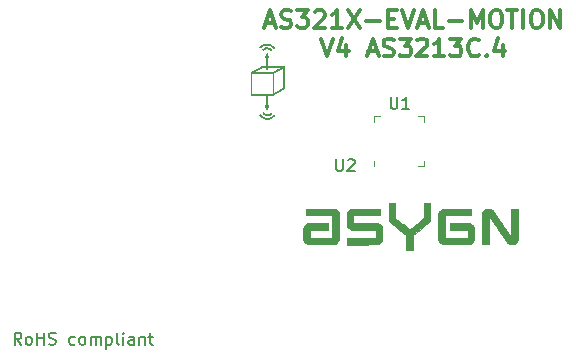
<source format=gbr>
G04 #@! TF.GenerationSoftware,KiCad,Pcbnew,6.0.9-8da3e8f707~117~ubuntu20.04.1*
G04 #@! TF.CreationDate,2022-12-15T16:30:46+01:00*
G04 #@! TF.ProjectId,picsyle-R_motion_915,70696373-796c-4652-9d52-5f6d6f74696f,rev?*
G04 #@! TF.SameCoordinates,Original*
G04 #@! TF.FileFunction,Legend,Top*
G04 #@! TF.FilePolarity,Positive*
%FSLAX46Y46*%
G04 Gerber Fmt 4.6, Leading zero omitted, Abs format (unit mm)*
G04 Created by KiCad (PCBNEW 6.0.9-8da3e8f707~117~ubuntu20.04.1) date 2022-12-15 16:30:46*
%MOMM*%
%LPD*%
G01*
G04 APERTURE LIST*
%ADD10C,0.300000*%
%ADD11C,0.150000*%
%ADD12C,0.120000*%
%ADD13C,0.010000*%
G04 APERTURE END LIST*
D10*
X57290000Y-46392500D02*
X58004285Y-46392500D01*
X57147142Y-46821071D02*
X57647142Y-45321071D01*
X58147142Y-46821071D01*
X58575714Y-46749642D02*
X58790000Y-46821071D01*
X59147142Y-46821071D01*
X59290000Y-46749642D01*
X59361428Y-46678214D01*
X59432857Y-46535357D01*
X59432857Y-46392500D01*
X59361428Y-46249642D01*
X59290000Y-46178214D01*
X59147142Y-46106785D01*
X58861428Y-46035357D01*
X58718571Y-45963928D01*
X58647142Y-45892500D01*
X58575714Y-45749642D01*
X58575714Y-45606785D01*
X58647142Y-45463928D01*
X58718571Y-45392500D01*
X58861428Y-45321071D01*
X59218571Y-45321071D01*
X59432857Y-45392500D01*
X59932857Y-45321071D02*
X60861428Y-45321071D01*
X60361428Y-45892500D01*
X60575714Y-45892500D01*
X60718571Y-45963928D01*
X60790000Y-46035357D01*
X60861428Y-46178214D01*
X60861428Y-46535357D01*
X60790000Y-46678214D01*
X60718571Y-46749642D01*
X60575714Y-46821071D01*
X60147142Y-46821071D01*
X60004285Y-46749642D01*
X59932857Y-46678214D01*
X61432857Y-45463928D02*
X61504285Y-45392500D01*
X61647142Y-45321071D01*
X62004285Y-45321071D01*
X62147142Y-45392500D01*
X62218571Y-45463928D01*
X62290000Y-45606785D01*
X62290000Y-45749642D01*
X62218571Y-45963928D01*
X61361428Y-46821071D01*
X62290000Y-46821071D01*
X63718571Y-46821071D02*
X62861428Y-46821071D01*
X63290000Y-46821071D02*
X63290000Y-45321071D01*
X63147142Y-45535357D01*
X63004285Y-45678214D01*
X62861428Y-45749642D01*
X64218571Y-45321071D02*
X65218571Y-46821071D01*
X65218571Y-45321071D02*
X64218571Y-46821071D01*
X65790000Y-46249642D02*
X66932857Y-46249642D01*
X67647142Y-46035357D02*
X68147142Y-46035357D01*
X68361428Y-46821071D02*
X67647142Y-46821071D01*
X67647142Y-45321071D01*
X68361428Y-45321071D01*
X68790000Y-45321071D02*
X69290000Y-46821071D01*
X69790000Y-45321071D01*
X70218571Y-46392500D02*
X70932857Y-46392500D01*
X70075714Y-46821071D02*
X70575714Y-45321071D01*
X71075714Y-46821071D01*
X72290000Y-46821071D02*
X71575714Y-46821071D01*
X71575714Y-45321071D01*
X72790000Y-46249642D02*
X73932857Y-46249642D01*
X74647142Y-46821071D02*
X74647142Y-45321071D01*
X75147142Y-46392500D01*
X75647142Y-45321071D01*
X75647142Y-46821071D01*
X76647142Y-45321071D02*
X76932857Y-45321071D01*
X77075714Y-45392500D01*
X77218571Y-45535357D01*
X77290000Y-45821071D01*
X77290000Y-46321071D01*
X77218571Y-46606785D01*
X77075714Y-46749642D01*
X76932857Y-46821071D01*
X76647142Y-46821071D01*
X76504285Y-46749642D01*
X76361428Y-46606785D01*
X76290000Y-46321071D01*
X76290000Y-45821071D01*
X76361428Y-45535357D01*
X76504285Y-45392500D01*
X76647142Y-45321071D01*
X77718571Y-45321071D02*
X78575714Y-45321071D01*
X78147142Y-46821071D02*
X78147142Y-45321071D01*
X79075714Y-46821071D02*
X79075714Y-45321071D01*
X80075714Y-45321071D02*
X80361428Y-45321071D01*
X80504285Y-45392500D01*
X80647142Y-45535357D01*
X80718571Y-45821071D01*
X80718571Y-46321071D01*
X80647142Y-46606785D01*
X80504285Y-46749642D01*
X80361428Y-46821071D01*
X80075714Y-46821071D01*
X79932857Y-46749642D01*
X79790000Y-46606785D01*
X79718571Y-46321071D01*
X79718571Y-45821071D01*
X79790000Y-45535357D01*
X79932857Y-45392500D01*
X80075714Y-45321071D01*
X81361428Y-46821071D02*
X81361428Y-45321071D01*
X82218571Y-46821071D01*
X82218571Y-45321071D01*
X61968571Y-47736071D02*
X62468571Y-49236071D01*
X62968571Y-47736071D01*
X64111428Y-48236071D02*
X64111428Y-49236071D01*
X63754285Y-47664642D02*
X63397142Y-48736071D01*
X64325714Y-48736071D01*
X65968571Y-48807500D02*
X66682857Y-48807500D01*
X65825714Y-49236071D02*
X66325714Y-47736071D01*
X66825714Y-49236071D01*
X67254285Y-49164642D02*
X67468571Y-49236071D01*
X67825714Y-49236071D01*
X67968571Y-49164642D01*
X68040000Y-49093214D01*
X68111428Y-48950357D01*
X68111428Y-48807500D01*
X68040000Y-48664642D01*
X67968571Y-48593214D01*
X67825714Y-48521785D01*
X67540000Y-48450357D01*
X67397142Y-48378928D01*
X67325714Y-48307500D01*
X67254285Y-48164642D01*
X67254285Y-48021785D01*
X67325714Y-47878928D01*
X67397142Y-47807500D01*
X67540000Y-47736071D01*
X67897142Y-47736071D01*
X68111428Y-47807500D01*
X68611428Y-47736071D02*
X69540000Y-47736071D01*
X69040000Y-48307500D01*
X69254285Y-48307500D01*
X69397142Y-48378928D01*
X69468571Y-48450357D01*
X69540000Y-48593214D01*
X69540000Y-48950357D01*
X69468571Y-49093214D01*
X69397142Y-49164642D01*
X69254285Y-49236071D01*
X68825714Y-49236071D01*
X68682857Y-49164642D01*
X68611428Y-49093214D01*
X70111428Y-47878928D02*
X70182857Y-47807500D01*
X70325714Y-47736071D01*
X70682857Y-47736071D01*
X70825714Y-47807500D01*
X70897142Y-47878928D01*
X70968571Y-48021785D01*
X70968571Y-48164642D01*
X70897142Y-48378928D01*
X70040000Y-49236071D01*
X70968571Y-49236071D01*
X72397142Y-49236071D02*
X71540000Y-49236071D01*
X71968571Y-49236071D02*
X71968571Y-47736071D01*
X71825714Y-47950357D01*
X71682857Y-48093214D01*
X71540000Y-48164642D01*
X72897142Y-47736071D02*
X73825714Y-47736071D01*
X73325714Y-48307500D01*
X73540000Y-48307500D01*
X73682857Y-48378928D01*
X73754285Y-48450357D01*
X73825714Y-48593214D01*
X73825714Y-48950357D01*
X73754285Y-49093214D01*
X73682857Y-49164642D01*
X73540000Y-49236071D01*
X73111428Y-49236071D01*
X72968571Y-49164642D01*
X72897142Y-49093214D01*
X75325714Y-49093214D02*
X75254285Y-49164642D01*
X75040000Y-49236071D01*
X74897142Y-49236071D01*
X74682857Y-49164642D01*
X74540000Y-49021785D01*
X74468571Y-48878928D01*
X74397142Y-48593214D01*
X74397142Y-48378928D01*
X74468571Y-48093214D01*
X74540000Y-47950357D01*
X74682857Y-47807500D01*
X74897142Y-47736071D01*
X75040000Y-47736071D01*
X75254285Y-47807500D01*
X75325714Y-47878928D01*
X75968571Y-49093214D02*
X76040000Y-49164642D01*
X75968571Y-49236071D01*
X75897142Y-49164642D01*
X75968571Y-49093214D01*
X75968571Y-49236071D01*
X77325714Y-48236071D02*
X77325714Y-49236071D01*
X76968571Y-47664642D02*
X76611428Y-48736071D01*
X77540000Y-48736071D01*
D11*
X36585714Y-73632380D02*
X36252380Y-73156190D01*
X36014285Y-73632380D02*
X36014285Y-72632380D01*
X36395238Y-72632380D01*
X36490476Y-72680000D01*
X36538095Y-72727619D01*
X36585714Y-72822857D01*
X36585714Y-72965714D01*
X36538095Y-73060952D01*
X36490476Y-73108571D01*
X36395238Y-73156190D01*
X36014285Y-73156190D01*
X37157142Y-73632380D02*
X37061904Y-73584761D01*
X37014285Y-73537142D01*
X36966666Y-73441904D01*
X36966666Y-73156190D01*
X37014285Y-73060952D01*
X37061904Y-73013333D01*
X37157142Y-72965714D01*
X37300000Y-72965714D01*
X37395238Y-73013333D01*
X37442857Y-73060952D01*
X37490476Y-73156190D01*
X37490476Y-73441904D01*
X37442857Y-73537142D01*
X37395238Y-73584761D01*
X37300000Y-73632380D01*
X37157142Y-73632380D01*
X37919047Y-73632380D02*
X37919047Y-72632380D01*
X37919047Y-73108571D02*
X38490476Y-73108571D01*
X38490476Y-73632380D02*
X38490476Y-72632380D01*
X38919047Y-73584761D02*
X39061904Y-73632380D01*
X39300000Y-73632380D01*
X39395238Y-73584761D01*
X39442857Y-73537142D01*
X39490476Y-73441904D01*
X39490476Y-73346666D01*
X39442857Y-73251428D01*
X39395238Y-73203809D01*
X39300000Y-73156190D01*
X39109523Y-73108571D01*
X39014285Y-73060952D01*
X38966666Y-73013333D01*
X38919047Y-72918095D01*
X38919047Y-72822857D01*
X38966666Y-72727619D01*
X39014285Y-72680000D01*
X39109523Y-72632380D01*
X39347619Y-72632380D01*
X39490476Y-72680000D01*
X41109523Y-73584761D02*
X41014285Y-73632380D01*
X40823809Y-73632380D01*
X40728571Y-73584761D01*
X40680952Y-73537142D01*
X40633333Y-73441904D01*
X40633333Y-73156190D01*
X40680952Y-73060952D01*
X40728571Y-73013333D01*
X40823809Y-72965714D01*
X41014285Y-72965714D01*
X41109523Y-73013333D01*
X41680952Y-73632380D02*
X41585714Y-73584761D01*
X41538095Y-73537142D01*
X41490476Y-73441904D01*
X41490476Y-73156190D01*
X41538095Y-73060952D01*
X41585714Y-73013333D01*
X41680952Y-72965714D01*
X41823809Y-72965714D01*
X41919047Y-73013333D01*
X41966666Y-73060952D01*
X42014285Y-73156190D01*
X42014285Y-73441904D01*
X41966666Y-73537142D01*
X41919047Y-73584761D01*
X41823809Y-73632380D01*
X41680952Y-73632380D01*
X42442857Y-73632380D02*
X42442857Y-72965714D01*
X42442857Y-73060952D02*
X42490476Y-73013333D01*
X42585714Y-72965714D01*
X42728571Y-72965714D01*
X42823809Y-73013333D01*
X42871428Y-73108571D01*
X42871428Y-73632380D01*
X42871428Y-73108571D02*
X42919047Y-73013333D01*
X43014285Y-72965714D01*
X43157142Y-72965714D01*
X43252380Y-73013333D01*
X43300000Y-73108571D01*
X43300000Y-73632380D01*
X43776190Y-72965714D02*
X43776190Y-73965714D01*
X43776190Y-73013333D02*
X43871428Y-72965714D01*
X44061904Y-72965714D01*
X44157142Y-73013333D01*
X44204761Y-73060952D01*
X44252380Y-73156190D01*
X44252380Y-73441904D01*
X44204761Y-73537142D01*
X44157142Y-73584761D01*
X44061904Y-73632380D01*
X43871428Y-73632380D01*
X43776190Y-73584761D01*
X44823809Y-73632380D02*
X44728571Y-73584761D01*
X44680952Y-73489523D01*
X44680952Y-72632380D01*
X45204761Y-73632380D02*
X45204761Y-72965714D01*
X45204761Y-72632380D02*
X45157142Y-72680000D01*
X45204761Y-72727619D01*
X45252380Y-72680000D01*
X45204761Y-72632380D01*
X45204761Y-72727619D01*
X46109523Y-73632380D02*
X46109523Y-73108571D01*
X46061904Y-73013333D01*
X45966666Y-72965714D01*
X45776190Y-72965714D01*
X45680952Y-73013333D01*
X46109523Y-73584761D02*
X46014285Y-73632380D01*
X45776190Y-73632380D01*
X45680952Y-73584761D01*
X45633333Y-73489523D01*
X45633333Y-73394285D01*
X45680952Y-73299047D01*
X45776190Y-73251428D01*
X46014285Y-73251428D01*
X46109523Y-73203809D01*
X46585714Y-72965714D02*
X46585714Y-73632380D01*
X46585714Y-73060952D02*
X46633333Y-73013333D01*
X46728571Y-72965714D01*
X46871428Y-72965714D01*
X46966666Y-73013333D01*
X47014285Y-73108571D01*
X47014285Y-73632380D01*
X47347619Y-72965714D02*
X47728571Y-72965714D01*
X47490476Y-72632380D02*
X47490476Y-73489523D01*
X47538095Y-73584761D01*
X47633333Y-73632380D01*
X47728571Y-73632380D01*
X67848095Y-52662380D02*
X67848095Y-53471904D01*
X67895714Y-53567142D01*
X67943333Y-53614761D01*
X68038571Y-53662380D01*
X68229047Y-53662380D01*
X68324285Y-53614761D01*
X68371904Y-53567142D01*
X68419523Y-53471904D01*
X68419523Y-52662380D01*
X69419523Y-53662380D02*
X68848095Y-53662380D01*
X69133809Y-53662380D02*
X69133809Y-52662380D01*
X69038571Y-52805238D01*
X68943333Y-52900476D01*
X68848095Y-52948095D01*
X63228095Y-57932380D02*
X63228095Y-58741904D01*
X63275714Y-58837142D01*
X63323333Y-58884761D01*
X63418571Y-58932380D01*
X63609047Y-58932380D01*
X63704285Y-58884761D01*
X63751904Y-58837142D01*
X63799523Y-58741904D01*
X63799523Y-57932380D01*
X64228095Y-58027619D02*
X64275714Y-57980000D01*
X64370952Y-57932380D01*
X64609047Y-57932380D01*
X64704285Y-57980000D01*
X64751904Y-58027619D01*
X64799523Y-58122857D01*
X64799523Y-58218095D01*
X64751904Y-58360952D01*
X64180476Y-58932380D01*
X64799523Y-58932380D01*
D12*
X70680000Y-54300000D02*
X70205000Y-54300000D01*
X70680000Y-58520000D02*
X70205000Y-58520000D01*
X66460000Y-54300000D02*
X66935000Y-54300000D01*
X66460000Y-54775000D02*
X66460000Y-54300000D01*
X70680000Y-58045000D02*
X70680000Y-58520000D01*
X70680000Y-54775000D02*
X70680000Y-54300000D01*
X66460000Y-58045000D02*
X66460000Y-58520000D01*
G36*
X62055134Y-62106008D02*
G01*
X62218486Y-62106047D01*
X62363124Y-62106137D01*
X62490278Y-62106299D01*
X62601173Y-62106555D01*
X62697036Y-62106925D01*
X62779095Y-62107430D01*
X62848576Y-62108090D01*
X62906708Y-62108928D01*
X62954716Y-62109963D01*
X62993828Y-62111217D01*
X63025270Y-62112711D01*
X63050271Y-62114465D01*
X63070056Y-62116501D01*
X63085853Y-62118839D01*
X63098890Y-62121500D01*
X63110392Y-62124505D01*
X63119617Y-62127265D01*
X63208831Y-62165062D01*
X63290680Y-62219646D01*
X63361185Y-62287657D01*
X63416368Y-62365737D01*
X63427887Y-62387623D01*
X63437318Y-62406779D01*
X63445688Y-62424350D01*
X63453060Y-62441653D01*
X63459497Y-62460004D01*
X63465063Y-62480720D01*
X63469821Y-62505118D01*
X63473833Y-62534515D01*
X63477165Y-62570227D01*
X63479878Y-62613571D01*
X63482036Y-62665864D01*
X63483703Y-62728422D01*
X63484941Y-62802563D01*
X63485814Y-62889602D01*
X63486385Y-62990857D01*
X63486718Y-63107644D01*
X63486875Y-63241280D01*
X63486920Y-63393082D01*
X63486917Y-63564366D01*
X63486916Y-63615827D01*
X63486816Y-63813994D01*
X63486512Y-63991423D01*
X63486000Y-64148544D01*
X63485276Y-64285785D01*
X63484334Y-64403575D01*
X63483171Y-64502343D01*
X63481781Y-64582517D01*
X63480161Y-64644526D01*
X63478305Y-64688799D01*
X63476210Y-64715765D01*
X63475221Y-64722208D01*
X63448565Y-64806441D01*
X63405868Y-64888290D01*
X63350516Y-64963322D01*
X63285895Y-65027105D01*
X63215392Y-65075208D01*
X63199301Y-65083307D01*
X63179005Y-65092866D01*
X63160280Y-65101349D01*
X63141801Y-65108819D01*
X63122245Y-65115339D01*
X63100285Y-65120971D01*
X63074597Y-65125780D01*
X63043857Y-65129827D01*
X63006739Y-65133175D01*
X62961919Y-65135888D01*
X62908073Y-65138029D01*
X62843875Y-65139661D01*
X62768001Y-65140846D01*
X62679126Y-65141647D01*
X62575925Y-65142128D01*
X62457073Y-65142352D01*
X62321247Y-65142381D01*
X62167120Y-65142278D01*
X61993369Y-65142107D01*
X61962916Y-65142076D01*
X61801419Y-65141816D01*
X61648544Y-65141369D01*
X61505545Y-65140748D01*
X61373676Y-65139966D01*
X61254192Y-65139035D01*
X61148345Y-65137968D01*
X61057391Y-65136778D01*
X60982582Y-65135477D01*
X60925174Y-65134078D01*
X60886419Y-65132594D01*
X60867573Y-65131037D01*
X60867541Y-65131031D01*
X60780985Y-65104792D01*
X60696706Y-65060967D01*
X60619475Y-65002989D01*
X60554057Y-64934292D01*
X60515425Y-64877465D01*
X60500468Y-64850730D01*
X60487931Y-64826197D01*
X60477612Y-64801783D01*
X60469312Y-64775407D01*
X60462831Y-64744986D01*
X60457967Y-64708439D01*
X60454522Y-64663682D01*
X60452295Y-64608633D01*
X60451085Y-64541211D01*
X60450692Y-64459333D01*
X60450917Y-64360917D01*
X60451559Y-64243881D01*
X60451738Y-64215091D01*
X60454791Y-63728899D01*
X60499674Y-63638345D01*
X60555951Y-63546725D01*
X60625979Y-63471195D01*
X60709747Y-63411767D01*
X60807245Y-63368447D01*
X60829775Y-63361305D01*
X60842370Y-63358125D01*
X60858226Y-63355359D01*
X60878800Y-63352980D01*
X60905550Y-63350960D01*
X60939934Y-63349270D01*
X60983407Y-63347882D01*
X61037428Y-63346767D01*
X61103454Y-63345899D01*
X61182942Y-63345248D01*
X61277350Y-63344786D01*
X61388134Y-63344485D01*
X61516753Y-63344316D01*
X61664663Y-63344253D01*
X61710837Y-63344250D01*
X62534416Y-63344250D01*
X62534416Y-63894583D01*
X60999833Y-63894583D01*
X60999833Y-64582500D01*
X62926000Y-64582500D01*
X62926000Y-62656333D01*
X60692916Y-62656333D01*
X60692916Y-62106000D01*
X61871843Y-62106000D01*
X62055134Y-62106008D01*
G37*
D13*
X62055134Y-62106008D02*
X62218486Y-62106047D01*
X62363124Y-62106137D01*
X62490278Y-62106299D01*
X62601173Y-62106555D01*
X62697036Y-62106925D01*
X62779095Y-62107430D01*
X62848576Y-62108090D01*
X62906708Y-62108928D01*
X62954716Y-62109963D01*
X62993828Y-62111217D01*
X63025270Y-62112711D01*
X63050271Y-62114465D01*
X63070056Y-62116501D01*
X63085853Y-62118839D01*
X63098890Y-62121500D01*
X63110392Y-62124505D01*
X63119617Y-62127265D01*
X63208831Y-62165062D01*
X63290680Y-62219646D01*
X63361185Y-62287657D01*
X63416368Y-62365737D01*
X63427887Y-62387623D01*
X63437318Y-62406779D01*
X63445688Y-62424350D01*
X63453060Y-62441653D01*
X63459497Y-62460004D01*
X63465063Y-62480720D01*
X63469821Y-62505118D01*
X63473833Y-62534515D01*
X63477165Y-62570227D01*
X63479878Y-62613571D01*
X63482036Y-62665864D01*
X63483703Y-62728422D01*
X63484941Y-62802563D01*
X63485814Y-62889602D01*
X63486385Y-62990857D01*
X63486718Y-63107644D01*
X63486875Y-63241280D01*
X63486920Y-63393082D01*
X63486917Y-63564366D01*
X63486916Y-63615827D01*
X63486816Y-63813994D01*
X63486512Y-63991423D01*
X63486000Y-64148544D01*
X63485276Y-64285785D01*
X63484334Y-64403575D01*
X63483171Y-64502343D01*
X63481781Y-64582517D01*
X63480161Y-64644526D01*
X63478305Y-64688799D01*
X63476210Y-64715765D01*
X63475221Y-64722208D01*
X63448565Y-64806441D01*
X63405868Y-64888290D01*
X63350516Y-64963322D01*
X63285895Y-65027105D01*
X63215392Y-65075208D01*
X63199301Y-65083307D01*
X63179005Y-65092866D01*
X63160280Y-65101349D01*
X63141801Y-65108819D01*
X63122245Y-65115339D01*
X63100285Y-65120971D01*
X63074597Y-65125780D01*
X63043857Y-65129827D01*
X63006739Y-65133175D01*
X62961919Y-65135888D01*
X62908073Y-65138029D01*
X62843875Y-65139661D01*
X62768001Y-65140846D01*
X62679126Y-65141647D01*
X62575925Y-65142128D01*
X62457073Y-65142352D01*
X62321247Y-65142381D01*
X62167120Y-65142278D01*
X61993369Y-65142107D01*
X61962916Y-65142076D01*
X61801419Y-65141816D01*
X61648544Y-65141369D01*
X61505545Y-65140748D01*
X61373676Y-65139966D01*
X61254192Y-65139035D01*
X61148345Y-65137968D01*
X61057391Y-65136778D01*
X60982582Y-65135477D01*
X60925174Y-65134078D01*
X60886419Y-65132594D01*
X60867573Y-65131037D01*
X60867541Y-65131031D01*
X60780985Y-65104792D01*
X60696706Y-65060967D01*
X60619475Y-65002989D01*
X60554057Y-64934292D01*
X60515425Y-64877465D01*
X60500468Y-64850730D01*
X60487931Y-64826197D01*
X60477612Y-64801783D01*
X60469312Y-64775407D01*
X60462831Y-64744986D01*
X60457967Y-64708439D01*
X60454522Y-64663682D01*
X60452295Y-64608633D01*
X60451085Y-64541211D01*
X60450692Y-64459333D01*
X60450917Y-64360917D01*
X60451559Y-64243881D01*
X60451738Y-64215091D01*
X60454791Y-63728899D01*
X60499674Y-63638345D01*
X60555951Y-63546725D01*
X60625979Y-63471195D01*
X60709747Y-63411767D01*
X60807245Y-63368447D01*
X60829775Y-63361305D01*
X60842370Y-63358125D01*
X60858226Y-63355359D01*
X60878800Y-63352980D01*
X60905550Y-63350960D01*
X60939934Y-63349270D01*
X60983407Y-63347882D01*
X61037428Y-63346767D01*
X61103454Y-63345899D01*
X61182942Y-63345248D01*
X61277350Y-63344786D01*
X61388134Y-63344485D01*
X61516753Y-63344316D01*
X61664663Y-63344253D01*
X61710837Y-63344250D01*
X62534416Y-63344250D01*
X62534416Y-63894583D01*
X60999833Y-63894583D01*
X60999833Y-64582500D01*
X62926000Y-64582500D01*
X62926000Y-62656333D01*
X60692916Y-62656333D01*
X60692916Y-62106000D01*
X61871843Y-62106000D01*
X62055134Y-62106008D01*
G36*
X74673500Y-62666917D02*
G01*
X72440416Y-62666917D01*
X72440416Y-64593083D01*
X74366583Y-64593083D01*
X74366583Y-63905167D01*
X72842583Y-63905167D01*
X72842583Y-63354833D01*
X73660568Y-63354833D01*
X73817494Y-63354840D01*
X73954761Y-63354924D01*
X74073876Y-63355177D01*
X74176347Y-63355691D01*
X74263681Y-63356559D01*
X74337386Y-63357875D01*
X74398969Y-63359729D01*
X74449937Y-63362216D01*
X74491799Y-63365428D01*
X74526061Y-63369457D01*
X74554231Y-63374396D01*
X74577817Y-63380338D01*
X74598325Y-63387375D01*
X74617264Y-63395600D01*
X74636141Y-63405106D01*
X74656463Y-63415985D01*
X74656558Y-63416036D01*
X74721669Y-63460419D01*
X74783803Y-63519947D01*
X74837455Y-63588748D01*
X74868415Y-63642086D01*
X74882674Y-63673149D01*
X74894563Y-63704965D01*
X74904260Y-63739665D01*
X74911945Y-63779377D01*
X74917795Y-63826229D01*
X74921988Y-63882352D01*
X74924704Y-63949873D01*
X74926120Y-64030923D01*
X74926415Y-64127630D01*
X74925767Y-64242123D01*
X74925025Y-64317917D01*
X74923835Y-64421216D01*
X74922638Y-64505703D01*
X74921300Y-64573732D01*
X74919687Y-64627657D01*
X74917667Y-64669832D01*
X74915105Y-64702611D01*
X74911868Y-64728348D01*
X74907823Y-64749397D01*
X74902836Y-64768112D01*
X74898768Y-64780918D01*
X74858930Y-64870163D01*
X74802716Y-64951590D01*
X74733274Y-65022260D01*
X74653749Y-65079232D01*
X74567290Y-65119566D01*
X74522351Y-65132597D01*
X74504273Y-65134297D01*
X74465891Y-65135868D01*
X74408064Y-65137301D01*
X74331653Y-65138589D01*
X74237521Y-65139724D01*
X74126527Y-65140698D01*
X73999532Y-65141503D01*
X73857399Y-65142131D01*
X73700987Y-65142575D01*
X73531158Y-65142827D01*
X73392916Y-65142885D01*
X72308125Y-65142870D01*
X72236917Y-65118602D01*
X72159559Y-65084584D01*
X72085733Y-65038095D01*
X72023234Y-64984247D01*
X72009809Y-64969681D01*
X71975431Y-64922174D01*
X71941961Y-64862080D01*
X71913418Y-64797750D01*
X71893822Y-64737534D01*
X71890244Y-64721284D01*
X71888363Y-64700596D01*
X71886658Y-64660613D01*
X71885128Y-64603129D01*
X71883772Y-64529934D01*
X71882590Y-64442819D01*
X71881580Y-64343576D01*
X71880742Y-64233995D01*
X71880074Y-64115868D01*
X71879578Y-63990985D01*
X71879250Y-63861139D01*
X71879091Y-63728120D01*
X71879100Y-63593719D01*
X71879276Y-63459728D01*
X71879619Y-63327937D01*
X71880127Y-63200138D01*
X71880800Y-63078122D01*
X71881637Y-62963681D01*
X71882637Y-62858604D01*
X71883800Y-62764684D01*
X71885124Y-62683711D01*
X71886609Y-62617477D01*
X71888254Y-62567773D01*
X71890059Y-62536390D01*
X71891195Y-62527208D01*
X71918411Y-62441646D01*
X71962156Y-62358794D01*
X72019024Y-62283102D01*
X72085611Y-62219020D01*
X72158511Y-62170995D01*
X72167102Y-62166724D01*
X72186163Y-62157518D01*
X72203718Y-62149299D01*
X72221013Y-62142008D01*
X72239295Y-62135591D01*
X72259809Y-62129992D01*
X72283802Y-62125155D01*
X72312520Y-62121023D01*
X72347208Y-62117542D01*
X72389113Y-62114655D01*
X72439481Y-62112306D01*
X72499558Y-62110439D01*
X72570590Y-62108999D01*
X72653823Y-62107929D01*
X72750502Y-62107174D01*
X72861875Y-62106677D01*
X72989187Y-62106384D01*
X73133685Y-62106237D01*
X73296613Y-62106181D01*
X73479219Y-62106161D01*
X73517270Y-62106156D01*
X74673500Y-62106000D01*
X74673500Y-62666917D01*
G37*
X74673500Y-62666917D02*
X72440416Y-62666917D01*
X72440416Y-64593083D01*
X74366583Y-64593083D01*
X74366583Y-63905167D01*
X72842583Y-63905167D01*
X72842583Y-63354833D01*
X73660568Y-63354833D01*
X73817494Y-63354840D01*
X73954761Y-63354924D01*
X74073876Y-63355177D01*
X74176347Y-63355691D01*
X74263681Y-63356559D01*
X74337386Y-63357875D01*
X74398969Y-63359729D01*
X74449937Y-63362216D01*
X74491799Y-63365428D01*
X74526061Y-63369457D01*
X74554231Y-63374396D01*
X74577817Y-63380338D01*
X74598325Y-63387375D01*
X74617264Y-63395600D01*
X74636141Y-63405106D01*
X74656463Y-63415985D01*
X74656558Y-63416036D01*
X74721669Y-63460419D01*
X74783803Y-63519947D01*
X74837455Y-63588748D01*
X74868415Y-63642086D01*
X74882674Y-63673149D01*
X74894563Y-63704965D01*
X74904260Y-63739665D01*
X74911945Y-63779377D01*
X74917795Y-63826229D01*
X74921988Y-63882352D01*
X74924704Y-63949873D01*
X74926120Y-64030923D01*
X74926415Y-64127630D01*
X74925767Y-64242123D01*
X74925025Y-64317917D01*
X74923835Y-64421216D01*
X74922638Y-64505703D01*
X74921300Y-64573732D01*
X74919687Y-64627657D01*
X74917667Y-64669832D01*
X74915105Y-64702611D01*
X74911868Y-64728348D01*
X74907823Y-64749397D01*
X74902836Y-64768112D01*
X74898768Y-64780918D01*
X74858930Y-64870163D01*
X74802716Y-64951590D01*
X74733274Y-65022260D01*
X74653749Y-65079232D01*
X74567290Y-65119566D01*
X74522351Y-65132597D01*
X74504273Y-65134297D01*
X74465891Y-65135868D01*
X74408064Y-65137301D01*
X74331653Y-65138589D01*
X74237521Y-65139724D01*
X74126527Y-65140698D01*
X73999532Y-65141503D01*
X73857399Y-65142131D01*
X73700987Y-65142575D01*
X73531158Y-65142827D01*
X73392916Y-65142885D01*
X72308125Y-65142870D01*
X72236917Y-65118602D01*
X72159559Y-65084584D01*
X72085733Y-65038095D01*
X72023234Y-64984247D01*
X72009809Y-64969681D01*
X71975431Y-64922174D01*
X71941961Y-64862080D01*
X71913418Y-64797750D01*
X71893822Y-64737534D01*
X71890244Y-64721284D01*
X71888363Y-64700596D01*
X71886658Y-64660613D01*
X71885128Y-64603129D01*
X71883772Y-64529934D01*
X71882590Y-64442819D01*
X71881580Y-64343576D01*
X71880742Y-64233995D01*
X71880074Y-64115868D01*
X71879578Y-63990985D01*
X71879250Y-63861139D01*
X71879091Y-63728120D01*
X71879100Y-63593719D01*
X71879276Y-63459728D01*
X71879619Y-63327937D01*
X71880127Y-63200138D01*
X71880800Y-63078122D01*
X71881637Y-62963681D01*
X71882637Y-62858604D01*
X71883800Y-62764684D01*
X71885124Y-62683711D01*
X71886609Y-62617477D01*
X71888254Y-62567773D01*
X71890059Y-62536390D01*
X71891195Y-62527208D01*
X71918411Y-62441646D01*
X71962156Y-62358794D01*
X72019024Y-62283102D01*
X72085611Y-62219020D01*
X72158511Y-62170995D01*
X72167102Y-62166724D01*
X72186163Y-62157518D01*
X72203718Y-62149299D01*
X72221013Y-62142008D01*
X72239295Y-62135591D01*
X72259809Y-62129992D01*
X72283802Y-62125155D01*
X72312520Y-62121023D01*
X72347208Y-62117542D01*
X72389113Y-62114655D01*
X72439481Y-62112306D01*
X72499558Y-62110439D01*
X72570590Y-62108999D01*
X72653823Y-62107929D01*
X72750502Y-62107174D01*
X72861875Y-62106677D01*
X72989187Y-62106384D01*
X73133685Y-62106237D01*
X73296613Y-62106181D01*
X73479219Y-62106161D01*
X73517270Y-62106156D01*
X74673500Y-62106000D01*
X74673500Y-62666917D01*
G36*
X68238833Y-62874425D02*
G01*
X68843323Y-63376567D01*
X68941169Y-63457732D01*
X69034378Y-63534830D01*
X69121659Y-63606808D01*
X69201722Y-63672610D01*
X69273276Y-63731183D01*
X69335029Y-63781473D01*
X69385691Y-63822424D01*
X69423971Y-63852983D01*
X69448577Y-63872096D01*
X69458218Y-63878708D01*
X69458220Y-63878708D01*
X69467840Y-63872093D01*
X69492403Y-63852952D01*
X69530620Y-63822342D01*
X69581199Y-63781322D01*
X69642851Y-63730947D01*
X69714286Y-63672275D01*
X69794212Y-63606363D01*
X69881341Y-63534268D01*
X69974381Y-63457048D01*
X70071350Y-63376337D01*
X70674074Y-62873966D01*
X70666574Y-62246566D01*
X70659074Y-61619167D01*
X71223333Y-61619167D01*
X71223176Y-62283271D01*
X71223109Y-62426408D01*
X71222894Y-62550085D01*
X71222404Y-62656006D01*
X71221510Y-62745879D01*
X71220083Y-62821408D01*
X71217997Y-62884299D01*
X71215122Y-62936258D01*
X71211331Y-62978992D01*
X71206496Y-63014205D01*
X71200487Y-63043604D01*
X71193178Y-63068894D01*
X71184441Y-63091782D01*
X71174146Y-63113972D01*
X71162166Y-63137172D01*
X71158519Y-63144029D01*
X71132793Y-63185954D01*
X71101551Y-63228278D01*
X71081874Y-63250847D01*
X71066903Y-63264731D01*
X71036972Y-63291006D01*
X70993410Y-63328547D01*
X70937547Y-63376231D01*
X70870713Y-63432932D01*
X70794236Y-63497526D01*
X70709447Y-63568889D01*
X70617675Y-63645895D01*
X70520249Y-63727422D01*
X70418499Y-63812343D01*
X70384422Y-63840735D01*
X69731083Y-64384845D01*
X69731083Y-65640833D01*
X69180750Y-65640833D01*
X69180431Y-65013771D01*
X69180112Y-64386708D01*
X68500451Y-63820500D01*
X68373599Y-63714793D01*
X68261971Y-63621614D01*
X68164525Y-63539949D01*
X68080220Y-63468785D01*
X68008012Y-63407106D01*
X67946859Y-63353900D01*
X67895719Y-63308151D01*
X67853548Y-63268846D01*
X67819305Y-63234971D01*
X67791947Y-63205511D01*
X67770432Y-63179452D01*
X67753716Y-63155781D01*
X67740758Y-63133483D01*
X67730515Y-63111544D01*
X67721944Y-63088950D01*
X67714003Y-63064687D01*
X67709906Y-63051493D01*
X67705597Y-63036824D01*
X67701908Y-63021705D01*
X67698791Y-63004452D01*
X67696197Y-62983380D01*
X67694080Y-62956805D01*
X67692389Y-62923043D01*
X67691079Y-62880410D01*
X67690100Y-62827221D01*
X67689405Y-62761792D01*
X67688946Y-62682439D01*
X67688674Y-62587477D01*
X67688542Y-62475222D01*
X67688501Y-62343991D01*
X67688500Y-62300677D01*
X67688500Y-61619167D01*
X68238833Y-61619167D01*
X68238833Y-62874425D01*
G37*
X68238833Y-62874425D02*
X68843323Y-63376567D01*
X68941169Y-63457732D01*
X69034378Y-63534830D01*
X69121659Y-63606808D01*
X69201722Y-63672610D01*
X69273276Y-63731183D01*
X69335029Y-63781473D01*
X69385691Y-63822424D01*
X69423971Y-63852983D01*
X69448577Y-63872096D01*
X69458218Y-63878708D01*
X69458220Y-63878708D01*
X69467840Y-63872093D01*
X69492403Y-63852952D01*
X69530620Y-63822342D01*
X69581199Y-63781322D01*
X69642851Y-63730947D01*
X69714286Y-63672275D01*
X69794212Y-63606363D01*
X69881341Y-63534268D01*
X69974381Y-63457048D01*
X70071350Y-63376337D01*
X70674074Y-62873966D01*
X70666574Y-62246566D01*
X70659074Y-61619167D01*
X71223333Y-61619167D01*
X71223176Y-62283271D01*
X71223109Y-62426408D01*
X71222894Y-62550085D01*
X71222404Y-62656006D01*
X71221510Y-62745879D01*
X71220083Y-62821408D01*
X71217997Y-62884299D01*
X71215122Y-62936258D01*
X71211331Y-62978992D01*
X71206496Y-63014205D01*
X71200487Y-63043604D01*
X71193178Y-63068894D01*
X71184441Y-63091782D01*
X71174146Y-63113972D01*
X71162166Y-63137172D01*
X71158519Y-63144029D01*
X71132793Y-63185954D01*
X71101551Y-63228278D01*
X71081874Y-63250847D01*
X71066903Y-63264731D01*
X71036972Y-63291006D01*
X70993410Y-63328547D01*
X70937547Y-63376231D01*
X70870713Y-63432932D01*
X70794236Y-63497526D01*
X70709447Y-63568889D01*
X70617675Y-63645895D01*
X70520249Y-63727422D01*
X70418499Y-63812343D01*
X70384422Y-63840735D01*
X69731083Y-64384845D01*
X69731083Y-65640833D01*
X69180750Y-65640833D01*
X69180431Y-65013771D01*
X69180112Y-64386708D01*
X68500451Y-63820500D01*
X68373599Y-63714793D01*
X68261971Y-63621614D01*
X68164525Y-63539949D01*
X68080220Y-63468785D01*
X68008012Y-63407106D01*
X67946859Y-63353900D01*
X67895719Y-63308151D01*
X67853548Y-63268846D01*
X67819305Y-63234971D01*
X67791947Y-63205511D01*
X67770432Y-63179452D01*
X67753716Y-63155781D01*
X67740758Y-63133483D01*
X67730515Y-63111544D01*
X67721944Y-63088950D01*
X67714003Y-63064687D01*
X67709906Y-63051493D01*
X67705597Y-63036824D01*
X67701908Y-63021705D01*
X67698791Y-63004452D01*
X67696197Y-62983380D01*
X67694080Y-62956805D01*
X67692389Y-62923043D01*
X67691079Y-62880410D01*
X67690100Y-62827221D01*
X67689405Y-62761792D01*
X67688946Y-62682439D01*
X67688674Y-62587477D01*
X67688542Y-62475222D01*
X67688501Y-62343991D01*
X67688500Y-62300677D01*
X67688500Y-61619167D01*
X68238833Y-61619167D01*
X68238833Y-62874425D01*
G36*
X66915916Y-62666917D02*
G01*
X64682833Y-62666917D01*
X64682833Y-63354833D01*
X65701479Y-63354959D01*
X65874686Y-63354978D01*
X66028071Y-63355030D01*
X66162976Y-63355176D01*
X66280746Y-63355477D01*
X66382722Y-63355995D01*
X66470251Y-63356788D01*
X66544673Y-63357920D01*
X66607335Y-63359450D01*
X66659578Y-63361439D01*
X66702746Y-63363949D01*
X66738184Y-63367040D01*
X66767234Y-63370772D01*
X66791240Y-63375208D01*
X66811546Y-63380407D01*
X66829496Y-63386431D01*
X66846432Y-63393341D01*
X66863699Y-63401197D01*
X66878875Y-63408307D01*
X66920528Y-63433759D01*
X66967976Y-63472079D01*
X67016004Y-63518055D01*
X67059402Y-63566475D01*
X67092956Y-63612125D01*
X67105859Y-63635292D01*
X67118218Y-63662436D01*
X67128502Y-63687662D01*
X67136900Y-63713174D01*
X67143604Y-63741175D01*
X67148806Y-63773869D01*
X67152697Y-63813460D01*
X67155468Y-63862151D01*
X67157310Y-63922146D01*
X67158415Y-63995648D01*
X67158974Y-64084863D01*
X67159179Y-64191992D01*
X67159207Y-64249850D01*
X67159139Y-64363612D01*
X67158822Y-64458257D01*
X67158188Y-64535833D01*
X67157172Y-64598388D01*
X67155706Y-64647970D01*
X67153723Y-64686628D01*
X67151156Y-64716409D01*
X67147939Y-64739364D01*
X67144005Y-64757538D01*
X67142448Y-64763141D01*
X67104204Y-64858340D01*
X67049408Y-64944016D01*
X66980568Y-65017858D01*
X66900189Y-65077552D01*
X66810777Y-65120786D01*
X66731410Y-65142530D01*
X66710825Y-65144522D01*
X66671798Y-65146318D01*
X66614063Y-65147919D01*
X66537353Y-65149328D01*
X66441402Y-65150547D01*
X66325944Y-65151578D01*
X66190712Y-65152423D01*
X66035439Y-65153085D01*
X65859859Y-65153567D01*
X65663706Y-65153869D01*
X65446713Y-65153995D01*
X65395264Y-65154000D01*
X64121916Y-65154000D01*
X64121916Y-64593083D01*
X66609000Y-64593083D01*
X66609000Y-63905167D01*
X65583531Y-63905167D01*
X65413154Y-63905155D01*
X65262618Y-63905103D01*
X65130597Y-63904986D01*
X65015764Y-63904777D01*
X64916793Y-63904452D01*
X64832358Y-63903985D01*
X64761134Y-63903350D01*
X64701794Y-63902523D01*
X64653012Y-63901476D01*
X64613461Y-63900186D01*
X64581817Y-63898626D01*
X64556753Y-63896772D01*
X64536942Y-63894596D01*
X64521059Y-63892075D01*
X64507777Y-63889183D01*
X64495771Y-63885894D01*
X64490038Y-63884156D01*
X64395759Y-63844398D01*
X64311703Y-63787656D01*
X64240200Y-63716353D01*
X64183584Y-63632913D01*
X64144186Y-63539758D01*
X64138139Y-63518505D01*
X64133536Y-63489432D01*
X64129616Y-63442125D01*
X64126377Y-63379503D01*
X64123820Y-63304486D01*
X64121946Y-63219994D01*
X64120754Y-63128949D01*
X64120244Y-63034270D01*
X64120417Y-62938877D01*
X64121272Y-62845690D01*
X64122809Y-62757631D01*
X64125030Y-62677618D01*
X64127932Y-62608573D01*
X64131518Y-62553415D01*
X64135786Y-62515065D01*
X64138121Y-62503315D01*
X64172923Y-62409780D01*
X64225090Y-62324533D01*
X64291937Y-62250093D01*
X64370775Y-62188976D01*
X64458919Y-62143701D01*
X64549839Y-62117470D01*
X64571430Y-62115363D01*
X64612067Y-62113475D01*
X64671974Y-62111805D01*
X64751372Y-62110350D01*
X64850484Y-62109109D01*
X64969532Y-62108079D01*
X65108739Y-62107258D01*
X65268326Y-62106644D01*
X65448518Y-62106234D01*
X65649535Y-62106028D01*
X65764277Y-62106000D01*
X66915916Y-62106000D01*
X66915916Y-62666917D01*
G37*
X66915916Y-62666917D02*
X64682833Y-62666917D01*
X64682833Y-63354833D01*
X65701479Y-63354959D01*
X65874686Y-63354978D01*
X66028071Y-63355030D01*
X66162976Y-63355176D01*
X66280746Y-63355477D01*
X66382722Y-63355995D01*
X66470251Y-63356788D01*
X66544673Y-63357920D01*
X66607335Y-63359450D01*
X66659578Y-63361439D01*
X66702746Y-63363949D01*
X66738184Y-63367040D01*
X66767234Y-63370772D01*
X66791240Y-63375208D01*
X66811546Y-63380407D01*
X66829496Y-63386431D01*
X66846432Y-63393341D01*
X66863699Y-63401197D01*
X66878875Y-63408307D01*
X66920528Y-63433759D01*
X66967976Y-63472079D01*
X67016004Y-63518055D01*
X67059402Y-63566475D01*
X67092956Y-63612125D01*
X67105859Y-63635292D01*
X67118218Y-63662436D01*
X67128502Y-63687662D01*
X67136900Y-63713174D01*
X67143604Y-63741175D01*
X67148806Y-63773869D01*
X67152697Y-63813460D01*
X67155468Y-63862151D01*
X67157310Y-63922146D01*
X67158415Y-63995648D01*
X67158974Y-64084863D01*
X67159179Y-64191992D01*
X67159207Y-64249850D01*
X67159139Y-64363612D01*
X67158822Y-64458257D01*
X67158188Y-64535833D01*
X67157172Y-64598388D01*
X67155706Y-64647970D01*
X67153723Y-64686628D01*
X67151156Y-64716409D01*
X67147939Y-64739364D01*
X67144005Y-64757538D01*
X67142448Y-64763141D01*
X67104204Y-64858340D01*
X67049408Y-64944016D01*
X66980568Y-65017858D01*
X66900189Y-65077552D01*
X66810777Y-65120786D01*
X66731410Y-65142530D01*
X66710825Y-65144522D01*
X66671798Y-65146318D01*
X66614063Y-65147919D01*
X66537353Y-65149328D01*
X66441402Y-65150547D01*
X66325944Y-65151578D01*
X66190712Y-65152423D01*
X66035439Y-65153085D01*
X65859859Y-65153567D01*
X65663706Y-65153869D01*
X65446713Y-65153995D01*
X65395264Y-65154000D01*
X64121916Y-65154000D01*
X64121916Y-64593083D01*
X66609000Y-64593083D01*
X66609000Y-63905167D01*
X65583531Y-63905167D01*
X65413154Y-63905155D01*
X65262618Y-63905103D01*
X65130597Y-63904986D01*
X65015764Y-63904777D01*
X64916793Y-63904452D01*
X64832358Y-63903985D01*
X64761134Y-63903350D01*
X64701794Y-63902523D01*
X64653012Y-63901476D01*
X64613461Y-63900186D01*
X64581817Y-63898626D01*
X64556753Y-63896772D01*
X64536942Y-63894596D01*
X64521059Y-63892075D01*
X64507777Y-63889183D01*
X64495771Y-63885894D01*
X64490038Y-63884156D01*
X64395759Y-63844398D01*
X64311703Y-63787656D01*
X64240200Y-63716353D01*
X64183584Y-63632913D01*
X64144186Y-63539758D01*
X64138139Y-63518505D01*
X64133536Y-63489432D01*
X64129616Y-63442125D01*
X64126377Y-63379503D01*
X64123820Y-63304486D01*
X64121946Y-63219994D01*
X64120754Y-63128949D01*
X64120244Y-63034270D01*
X64120417Y-62938877D01*
X64121272Y-62845690D01*
X64122809Y-62757631D01*
X64125030Y-62677618D01*
X64127932Y-62608573D01*
X64131518Y-62553415D01*
X64135786Y-62515065D01*
X64138121Y-62503315D01*
X64172923Y-62409780D01*
X64225090Y-62324533D01*
X64291937Y-62250093D01*
X64370775Y-62188976D01*
X64458919Y-62143701D01*
X64549839Y-62117470D01*
X64571430Y-62115363D01*
X64612067Y-62113475D01*
X64671974Y-62111805D01*
X64751372Y-62110350D01*
X64850484Y-62109109D01*
X64969532Y-62108079D01*
X65108739Y-62107258D01*
X65268326Y-62106644D01*
X65448518Y-62106234D01*
X65649535Y-62106028D01*
X65764277Y-62106000D01*
X66915916Y-62106000D01*
X66915916Y-62666917D01*
G36*
X78621083Y-63411359D02*
G01*
X78621047Y-63610946D01*
X78620933Y-63790400D01*
X78620729Y-63950755D01*
X78620424Y-64093043D01*
X78620008Y-64218300D01*
X78619470Y-64327559D01*
X78618798Y-64421852D01*
X78617982Y-64502215D01*
X78617010Y-64569680D01*
X78615873Y-64625281D01*
X78614558Y-64670052D01*
X78613056Y-64705026D01*
X78611354Y-64731238D01*
X78609443Y-64749720D01*
X78607311Y-64761506D01*
X78606788Y-64763380D01*
X78565713Y-64863876D01*
X78508276Y-64950966D01*
X78434720Y-65024362D01*
X78345291Y-65083775D01*
X78326825Y-65093311D01*
X78236387Y-65138125D01*
X77958029Y-65138125D01*
X77868868Y-65093779D01*
X77786309Y-65045053D01*
X77725447Y-64993238D01*
X77712646Y-64977562D01*
X77688589Y-64945591D01*
X77654065Y-64898436D01*
X77609859Y-64837207D01*
X77556758Y-64763017D01*
X77495550Y-64676977D01*
X77427022Y-64580198D01*
X77351960Y-64473791D01*
X77271152Y-64358869D01*
X77185385Y-64236541D01*
X77095446Y-64107921D01*
X77002121Y-63974118D01*
X76910530Y-63842478D01*
X76149875Y-62747915D01*
X76147183Y-63945666D01*
X76144492Y-65143417D01*
X75583666Y-65143417D01*
X75583666Y-63863354D01*
X75583743Y-63646452D01*
X75583976Y-63450255D01*
X75584370Y-63274300D01*
X75584929Y-63118126D01*
X75585656Y-62981272D01*
X75586555Y-62863275D01*
X75587632Y-62763675D01*
X75588889Y-62682009D01*
X75590330Y-62617815D01*
X75591961Y-62570633D01*
X75593784Y-62540000D01*
X75595362Y-62527208D01*
X75623882Y-62437972D01*
X75669911Y-62351962D01*
X75729959Y-62274102D01*
X75800537Y-62209313D01*
X75839407Y-62182923D01*
X75920228Y-62144766D01*
X76010787Y-62119650D01*
X76102791Y-62109532D01*
X76145992Y-62110649D01*
X76248244Y-62126403D01*
X76338406Y-62157843D01*
X76420169Y-62206547D01*
X76473044Y-62250510D01*
X76485860Y-62265519D01*
X76510100Y-62297150D01*
X76545189Y-62344590D01*
X76590550Y-62407027D01*
X76645604Y-62483648D01*
X76709775Y-62573641D01*
X76782486Y-62676193D01*
X76863160Y-62790491D01*
X76951219Y-62915724D01*
X77046087Y-63051077D01*
X77147186Y-63195740D01*
X77253940Y-63348898D01*
X77293253Y-63405396D01*
X78065458Y-64515637D01*
X78068149Y-63310819D01*
X78070839Y-62106000D01*
X78621083Y-62106000D01*
X78621083Y-63411359D01*
G37*
X78621083Y-63411359D02*
X78621047Y-63610946D01*
X78620933Y-63790400D01*
X78620729Y-63950755D01*
X78620424Y-64093043D01*
X78620008Y-64218300D01*
X78619470Y-64327559D01*
X78618798Y-64421852D01*
X78617982Y-64502215D01*
X78617010Y-64569680D01*
X78615873Y-64625281D01*
X78614558Y-64670052D01*
X78613056Y-64705026D01*
X78611354Y-64731238D01*
X78609443Y-64749720D01*
X78607311Y-64761506D01*
X78606788Y-64763380D01*
X78565713Y-64863876D01*
X78508276Y-64950966D01*
X78434720Y-65024362D01*
X78345291Y-65083775D01*
X78326825Y-65093311D01*
X78236387Y-65138125D01*
X77958029Y-65138125D01*
X77868868Y-65093779D01*
X77786309Y-65045053D01*
X77725447Y-64993238D01*
X77712646Y-64977562D01*
X77688589Y-64945591D01*
X77654065Y-64898436D01*
X77609859Y-64837207D01*
X77556758Y-64763017D01*
X77495550Y-64676977D01*
X77427022Y-64580198D01*
X77351960Y-64473791D01*
X77271152Y-64358869D01*
X77185385Y-64236541D01*
X77095446Y-64107921D01*
X77002121Y-63974118D01*
X76910530Y-63842478D01*
X76149875Y-62747915D01*
X76147183Y-63945666D01*
X76144492Y-65143417D01*
X75583666Y-65143417D01*
X75583666Y-63863354D01*
X75583743Y-63646452D01*
X75583976Y-63450255D01*
X75584370Y-63274300D01*
X75584929Y-63118126D01*
X75585656Y-62981272D01*
X75586555Y-62863275D01*
X75587632Y-62763675D01*
X75588889Y-62682009D01*
X75590330Y-62617815D01*
X75591961Y-62570633D01*
X75593784Y-62540000D01*
X75595362Y-62527208D01*
X75623882Y-62437972D01*
X75669911Y-62351962D01*
X75729959Y-62274102D01*
X75800537Y-62209313D01*
X75839407Y-62182923D01*
X75920228Y-62144766D01*
X76010787Y-62119650D01*
X76102791Y-62109532D01*
X76145992Y-62110649D01*
X76248244Y-62126403D01*
X76338406Y-62157843D01*
X76420169Y-62206547D01*
X76473044Y-62250510D01*
X76485860Y-62265519D01*
X76510100Y-62297150D01*
X76545189Y-62344590D01*
X76590550Y-62407027D01*
X76645604Y-62483648D01*
X76709775Y-62573641D01*
X76782486Y-62676193D01*
X76863160Y-62790491D01*
X76951219Y-62915724D01*
X77046087Y-63051077D01*
X77147186Y-63195740D01*
X77253940Y-63348898D01*
X77293253Y-63405396D01*
X78065458Y-64515637D01*
X78068149Y-63310819D01*
X78070839Y-62106000D01*
X78621083Y-62106000D01*
X78621083Y-63411359D01*
G36*
X57044163Y-53969859D02*
G01*
X57054410Y-53975790D01*
X57069226Y-53987174D01*
X57090394Y-54005002D01*
X57114557Y-54025831D01*
X57168721Y-54066291D01*
X57227205Y-54098591D01*
X57287566Y-54121725D01*
X57347360Y-54134687D01*
X57385066Y-54137182D01*
X57439681Y-54131764D01*
X57497530Y-54116222D01*
X57555838Y-54091624D01*
X57611828Y-54059036D01*
X57638652Y-54039642D01*
X57664744Y-54021298D01*
X57684656Y-54012362D01*
X57700268Y-54012419D01*
X57713457Y-54021057D01*
X57715117Y-54022818D01*
X57723146Y-54036987D01*
X57721386Y-54052132D01*
X57709241Y-54069385D01*
X57686116Y-54089878D01*
X57675688Y-54097755D01*
X57635406Y-54126015D01*
X57600277Y-54147451D01*
X57566448Y-54164198D01*
X57530064Y-54178387D01*
X57529851Y-54178462D01*
X57458147Y-54198110D01*
X57389950Y-54205769D01*
X57334254Y-54202731D01*
X57262247Y-54186560D01*
X57191319Y-54158502D01*
X57123077Y-54119359D01*
X57059128Y-54069938D01*
X57046969Y-54058867D01*
X57022509Y-54033428D01*
X57009111Y-54012741D01*
X57006496Y-53995830D01*
X57014387Y-53981721D01*
X57023026Y-53974853D01*
X57030252Y-53970382D01*
X57036704Y-53968387D01*
X57044163Y-53969859D01*
G37*
X57044163Y-53969859D02*
X57054410Y-53975790D01*
X57069226Y-53987174D01*
X57090394Y-54005002D01*
X57114557Y-54025831D01*
X57168721Y-54066291D01*
X57227205Y-54098591D01*
X57287566Y-54121725D01*
X57347360Y-54134687D01*
X57385066Y-54137182D01*
X57439681Y-54131764D01*
X57497530Y-54116222D01*
X57555838Y-54091624D01*
X57611828Y-54059036D01*
X57638652Y-54039642D01*
X57664744Y-54021298D01*
X57684656Y-54012362D01*
X57700268Y-54012419D01*
X57713457Y-54021057D01*
X57715117Y-54022818D01*
X57723146Y-54036987D01*
X57721386Y-54052132D01*
X57709241Y-54069385D01*
X57686116Y-54089878D01*
X57675688Y-54097755D01*
X57635406Y-54126015D01*
X57600277Y-54147451D01*
X57566448Y-54164198D01*
X57530064Y-54178387D01*
X57529851Y-54178462D01*
X57458147Y-54198110D01*
X57389950Y-54205769D01*
X57334254Y-54202731D01*
X57262247Y-54186560D01*
X57191319Y-54158502D01*
X57123077Y-54119359D01*
X57059128Y-54069938D01*
X57046969Y-54058867D01*
X57022509Y-54033428D01*
X57009111Y-54012741D01*
X57006496Y-53995830D01*
X57014387Y-53981721D01*
X57023026Y-53974853D01*
X57030252Y-53970382D01*
X57036704Y-53968387D01*
X57044163Y-53969859D01*
G36*
X56002830Y-50584664D02*
G01*
X56003868Y-50575021D01*
X56005025Y-50568458D01*
X56006307Y-50564373D01*
X56007132Y-50562872D01*
X56017660Y-50552309D01*
X56026268Y-50548755D01*
X56033107Y-50545754D01*
X56038283Y-50543124D01*
X56191286Y-50543124D01*
X56196724Y-50543867D01*
X56214272Y-50544573D01*
X56243339Y-50545238D01*
X56283332Y-50545858D01*
X56333657Y-50546429D01*
X56393723Y-50546947D01*
X56462937Y-50547408D01*
X56540706Y-50547808D01*
X56626439Y-50548143D01*
X56719541Y-50548410D01*
X56819422Y-50548603D01*
X56925488Y-50548719D01*
X57028807Y-50548755D01*
X57872363Y-50548755D01*
X58316274Y-50322691D01*
X58386074Y-50287113D01*
X58452500Y-50253192D01*
X58514697Y-50221368D01*
X58571808Y-50192083D01*
X58622977Y-50165778D01*
X58667348Y-50142894D01*
X58704064Y-50123872D01*
X58732270Y-50109153D01*
X58751107Y-50099178D01*
X58759722Y-50094389D01*
X58760185Y-50094034D01*
X58753970Y-50093685D01*
X58735872Y-50093349D01*
X58706712Y-50093031D01*
X58667308Y-50092732D01*
X58618482Y-50092457D01*
X58561054Y-50092208D01*
X58495843Y-50091988D01*
X58423670Y-50091801D01*
X58345356Y-50091650D01*
X58261719Y-50091537D01*
X58173581Y-50091467D01*
X58081762Y-50091441D01*
X57394594Y-50091441D01*
X57394594Y-50173558D01*
X57394301Y-50209111D01*
X57393270Y-50234088D01*
X57391272Y-50250603D01*
X57388077Y-50260773D01*
X57384613Y-50265656D01*
X57368446Y-50274834D01*
X57351296Y-50271415D01*
X57342693Y-50265125D01*
X57337828Y-50259242D01*
X57334525Y-50250459D01*
X57332493Y-50236485D01*
X57331445Y-50215032D01*
X57331092Y-50183809D01*
X57331078Y-50173027D01*
X57331078Y-50091441D01*
X57008020Y-50091441D01*
X56602670Y-50314467D01*
X56536400Y-50350960D01*
X56473338Y-50385747D01*
X56414374Y-50418332D01*
X56360400Y-50448221D01*
X56312307Y-50474918D01*
X56270986Y-50497927D01*
X56237328Y-50516754D01*
X56212223Y-50530904D01*
X56196564Y-50539880D01*
X56191286Y-50543124D01*
X56038283Y-50543124D01*
X56050239Y-50537049D01*
X56076841Y-50523083D01*
X56112090Y-50504302D01*
X56155165Y-50481149D01*
X56205241Y-50454070D01*
X56261496Y-50423509D01*
X56323108Y-50389910D01*
X56389254Y-50353719D01*
X56459111Y-50315380D01*
X56514024Y-50285164D01*
X56992531Y-50021573D01*
X57331078Y-50021573D01*
X57331078Y-49297492D01*
X57277089Y-49297492D01*
X57252686Y-49296975D01*
X57234014Y-49295594D01*
X57223994Y-49293607D01*
X57223061Y-49292729D01*
X57225379Y-49285406D01*
X57231850Y-49268464D01*
X57241701Y-49243749D01*
X57254162Y-49213103D01*
X57268461Y-49178373D01*
X57283826Y-49141402D01*
X57299486Y-49104035D01*
X57314668Y-49068116D01*
X57328601Y-49035491D01*
X57340513Y-49008003D01*
X57349633Y-48987497D01*
X57355188Y-48975818D01*
X57356484Y-48973814D01*
X57360294Y-48979202D01*
X57367829Y-48993643D01*
X57377769Y-49014531D01*
X57383006Y-49026081D01*
X57393493Y-49049320D01*
X57407937Y-49080983D01*
X57424922Y-49117984D01*
X57443032Y-49157236D01*
X57457258Y-49187927D01*
X57508165Y-49297492D01*
X57394594Y-49297492D01*
X57394594Y-50021573D01*
X58088505Y-50021597D01*
X58197315Y-50021605D01*
X58294144Y-50021630D01*
X58379716Y-50021684D01*
X58454753Y-50021781D01*
X58519979Y-50021933D01*
X58576115Y-50022152D01*
X58623886Y-50022453D01*
X58664013Y-50022847D01*
X58697220Y-50023347D01*
X58724229Y-50023966D01*
X58745763Y-50024717D01*
X58762546Y-50025613D01*
X58775299Y-50026666D01*
X58784747Y-50027890D01*
X58791610Y-50029296D01*
X58796614Y-50030898D01*
X58800480Y-50032709D01*
X58803117Y-50034242D01*
X58821074Y-50048868D01*
X58836004Y-50066863D01*
X58836439Y-50067564D01*
X58838189Y-50070633D01*
X58839769Y-50074231D01*
X58841188Y-50078989D01*
X58842455Y-50085538D01*
X58843578Y-50094508D01*
X58844567Y-50106531D01*
X58845429Y-50122236D01*
X58846173Y-50142254D01*
X58846808Y-50167217D01*
X58847343Y-50197754D01*
X58847787Y-50234496D01*
X58848147Y-50278075D01*
X58848433Y-50329120D01*
X58848653Y-50388263D01*
X58848817Y-50456133D01*
X58848932Y-50533362D01*
X58849007Y-50620581D01*
X58849052Y-50718419D01*
X58849074Y-50827508D01*
X58849083Y-50948478D01*
X58849084Y-50987618D01*
X58849081Y-51112560D01*
X58849060Y-51225419D01*
X58849014Y-51326815D01*
X58848934Y-51417368D01*
X58848814Y-51497699D01*
X58848646Y-51568428D01*
X58848422Y-51630174D01*
X58848135Y-51683559D01*
X58847777Y-51729202D01*
X58847340Y-51767723D01*
X58846818Y-51799743D01*
X58846202Y-51825882D01*
X58845484Y-51846760D01*
X58844658Y-51862997D01*
X58843716Y-51875213D01*
X58842650Y-51884029D01*
X58841453Y-51890065D01*
X58840117Y-51893940D01*
X58838634Y-51896276D01*
X58837992Y-51896923D01*
X58833878Y-51899934D01*
X58825228Y-51905570D01*
X58811581Y-51914105D01*
X58792479Y-51925814D01*
X58767461Y-51940970D01*
X58736070Y-51959846D01*
X58697845Y-51982718D01*
X58652327Y-52009858D01*
X58599057Y-52041542D01*
X58537575Y-52078042D01*
X58467422Y-52119632D01*
X58388139Y-52166587D01*
X58299266Y-52219181D01*
X58200344Y-52277687D01*
X58096444Y-52339110D01*
X58053052Y-52364951D01*
X58012978Y-52389185D01*
X57977595Y-52410954D01*
X57948275Y-52429398D01*
X57926390Y-52443660D01*
X57913311Y-52452881D01*
X57910300Y-52455582D01*
X57907536Y-52458413D01*
X57902994Y-52460732D01*
X57895488Y-52462590D01*
X57883836Y-52464037D01*
X57866851Y-52465124D01*
X57843350Y-52465902D01*
X57812148Y-52466421D01*
X57772061Y-52466732D01*
X57721904Y-52466886D01*
X57660493Y-52466933D01*
X57645121Y-52466935D01*
X57388242Y-52466935D01*
X57388242Y-53381087D01*
X57500398Y-53384739D01*
X57438112Y-53534001D01*
X57420857Y-53575306D01*
X57404976Y-53613235D01*
X57391200Y-53646051D01*
X57380258Y-53672015D01*
X57372882Y-53689392D01*
X57370028Y-53695967D01*
X57366370Y-53701128D01*
X57361962Y-53699233D01*
X57355454Y-53688730D01*
X57345499Y-53668068D01*
X57345183Y-53667385D01*
X57336460Y-53648538D01*
X57323578Y-53620786D01*
X57307748Y-53586738D01*
X57290183Y-53549000D01*
X57272095Y-53510179D01*
X57271444Y-53508782D01*
X57254907Y-53473078D01*
X57240378Y-53441263D01*
X57228661Y-53415137D01*
X57220561Y-53396501D01*
X57216885Y-53387153D01*
X57216749Y-53386513D01*
X57222614Y-53384277D01*
X57238263Y-53382566D01*
X57260781Y-53381648D01*
X57270738Y-53381563D01*
X57324726Y-53381563D01*
X57324726Y-52466935D01*
X56017020Y-52466935D01*
X56007132Y-52452818D01*
X56005772Y-52449923D01*
X56004542Y-52444907D01*
X56003434Y-52437170D01*
X56002442Y-52426110D01*
X56001560Y-52411125D01*
X56001253Y-52403419D01*
X56067112Y-52403419D01*
X57851908Y-52403419D01*
X57851908Y-51480005D01*
X57921776Y-51480005D01*
X57921799Y-51584579D01*
X57921866Y-51685608D01*
X57921974Y-51782367D01*
X57922122Y-51874136D01*
X57922306Y-51960190D01*
X57922523Y-52039806D01*
X57922771Y-52112263D01*
X57923047Y-52176836D01*
X57923349Y-52232804D01*
X57923674Y-52279443D01*
X57924018Y-52316030D01*
X57924381Y-52341843D01*
X57924758Y-52356158D01*
X57925017Y-52358958D01*
X57930982Y-52355822D01*
X57946752Y-52346848D01*
X57971212Y-52332690D01*
X58003245Y-52313999D01*
X58041736Y-52291428D01*
X58085569Y-52265629D01*
X58133628Y-52237255D01*
X58171141Y-52215052D01*
X58230880Y-52179658D01*
X58295040Y-52141649D01*
X58361091Y-52102521D01*
X58426505Y-52063774D01*
X58488753Y-52026904D01*
X58545305Y-51993410D01*
X58593635Y-51964789D01*
X58596632Y-51963015D01*
X58779240Y-51854884D01*
X58779240Y-51011272D01*
X58779213Y-50908855D01*
X58779133Y-50809999D01*
X58779004Y-50715442D01*
X58778828Y-50625921D01*
X58778610Y-50542174D01*
X58778352Y-50464940D01*
X58778058Y-50394956D01*
X58777731Y-50332959D01*
X58777374Y-50279689D01*
X58776991Y-50235882D01*
X58776584Y-50202276D01*
X58776157Y-50179610D01*
X58775713Y-50168621D01*
X58775535Y-50167660D01*
X58769419Y-50170475D01*
X58752873Y-50178622D01*
X58726783Y-50191654D01*
X58692031Y-50209126D01*
X58649502Y-50230589D01*
X58600079Y-50255598D01*
X58544646Y-50283705D01*
X58484086Y-50314465D01*
X58419285Y-50347429D01*
X58351125Y-50382153D01*
X58346803Y-50384356D01*
X57921776Y-50601052D01*
X57921776Y-51480005D01*
X57851908Y-51480005D01*
X57851908Y-50615447D01*
X56067112Y-50615447D01*
X56067112Y-52403419D01*
X56001253Y-52403419D01*
X56000782Y-52391615D01*
X56000102Y-52366977D01*
X55999513Y-52336610D01*
X55999008Y-52299912D01*
X55998582Y-52256283D01*
X55998228Y-52205121D01*
X55997941Y-52145824D01*
X55997713Y-52077790D01*
X55997538Y-52000419D01*
X55997411Y-51913108D01*
X55997324Y-51815257D01*
X55997272Y-51706263D01*
X55997248Y-51585526D01*
X55997245Y-51507845D01*
X55997255Y-51379833D01*
X55997289Y-51263922D01*
X55997355Y-51159512D01*
X55997457Y-51066000D01*
X55997603Y-50982785D01*
X55997798Y-50909267D01*
X55998050Y-50844842D01*
X55998363Y-50788911D01*
X55998745Y-50740870D01*
X55999202Y-50700120D01*
X55999741Y-50666058D01*
X56000366Y-50638083D01*
X56001085Y-50615593D01*
X56001091Y-50615447D01*
X56001761Y-50601052D01*
X56001904Y-50597987D01*
X56002830Y-50584664D01*
G37*
X56002830Y-50584664D02*
X56003868Y-50575021D01*
X56005025Y-50568458D01*
X56006307Y-50564373D01*
X56007132Y-50562872D01*
X56017660Y-50552309D01*
X56026268Y-50548755D01*
X56033107Y-50545754D01*
X56038283Y-50543124D01*
X56191286Y-50543124D01*
X56196724Y-50543867D01*
X56214272Y-50544573D01*
X56243339Y-50545238D01*
X56283332Y-50545858D01*
X56333657Y-50546429D01*
X56393723Y-50546947D01*
X56462937Y-50547408D01*
X56540706Y-50547808D01*
X56626439Y-50548143D01*
X56719541Y-50548410D01*
X56819422Y-50548603D01*
X56925488Y-50548719D01*
X57028807Y-50548755D01*
X57872363Y-50548755D01*
X58316274Y-50322691D01*
X58386074Y-50287113D01*
X58452500Y-50253192D01*
X58514697Y-50221368D01*
X58571808Y-50192083D01*
X58622977Y-50165778D01*
X58667348Y-50142894D01*
X58704064Y-50123872D01*
X58732270Y-50109153D01*
X58751107Y-50099178D01*
X58759722Y-50094389D01*
X58760185Y-50094034D01*
X58753970Y-50093685D01*
X58735872Y-50093349D01*
X58706712Y-50093031D01*
X58667308Y-50092732D01*
X58618482Y-50092457D01*
X58561054Y-50092208D01*
X58495843Y-50091988D01*
X58423670Y-50091801D01*
X58345356Y-50091650D01*
X58261719Y-50091537D01*
X58173581Y-50091467D01*
X58081762Y-50091441D01*
X57394594Y-50091441D01*
X57394594Y-50173558D01*
X57394301Y-50209111D01*
X57393270Y-50234088D01*
X57391272Y-50250603D01*
X57388077Y-50260773D01*
X57384613Y-50265656D01*
X57368446Y-50274834D01*
X57351296Y-50271415D01*
X57342693Y-50265125D01*
X57337828Y-50259242D01*
X57334525Y-50250459D01*
X57332493Y-50236485D01*
X57331445Y-50215032D01*
X57331092Y-50183809D01*
X57331078Y-50173027D01*
X57331078Y-50091441D01*
X57008020Y-50091441D01*
X56602670Y-50314467D01*
X56536400Y-50350960D01*
X56473338Y-50385747D01*
X56414374Y-50418332D01*
X56360400Y-50448221D01*
X56312307Y-50474918D01*
X56270986Y-50497927D01*
X56237328Y-50516754D01*
X56212223Y-50530904D01*
X56196564Y-50539880D01*
X56191286Y-50543124D01*
X56038283Y-50543124D01*
X56050239Y-50537049D01*
X56076841Y-50523083D01*
X56112090Y-50504302D01*
X56155165Y-50481149D01*
X56205241Y-50454070D01*
X56261496Y-50423509D01*
X56323108Y-50389910D01*
X56389254Y-50353719D01*
X56459111Y-50315380D01*
X56514024Y-50285164D01*
X56992531Y-50021573D01*
X57331078Y-50021573D01*
X57331078Y-49297492D01*
X57277089Y-49297492D01*
X57252686Y-49296975D01*
X57234014Y-49295594D01*
X57223994Y-49293607D01*
X57223061Y-49292729D01*
X57225379Y-49285406D01*
X57231850Y-49268464D01*
X57241701Y-49243749D01*
X57254162Y-49213103D01*
X57268461Y-49178373D01*
X57283826Y-49141402D01*
X57299486Y-49104035D01*
X57314668Y-49068116D01*
X57328601Y-49035491D01*
X57340513Y-49008003D01*
X57349633Y-48987497D01*
X57355188Y-48975818D01*
X57356484Y-48973814D01*
X57360294Y-48979202D01*
X57367829Y-48993643D01*
X57377769Y-49014531D01*
X57383006Y-49026081D01*
X57393493Y-49049320D01*
X57407937Y-49080983D01*
X57424922Y-49117984D01*
X57443032Y-49157236D01*
X57457258Y-49187927D01*
X57508165Y-49297492D01*
X57394594Y-49297492D01*
X57394594Y-50021573D01*
X58088505Y-50021597D01*
X58197315Y-50021605D01*
X58294144Y-50021630D01*
X58379716Y-50021684D01*
X58454753Y-50021781D01*
X58519979Y-50021933D01*
X58576115Y-50022152D01*
X58623886Y-50022453D01*
X58664013Y-50022847D01*
X58697220Y-50023347D01*
X58724229Y-50023966D01*
X58745763Y-50024717D01*
X58762546Y-50025613D01*
X58775299Y-50026666D01*
X58784747Y-50027890D01*
X58791610Y-50029296D01*
X58796614Y-50030898D01*
X58800480Y-50032709D01*
X58803117Y-50034242D01*
X58821074Y-50048868D01*
X58836004Y-50066863D01*
X58836439Y-50067564D01*
X58838189Y-50070633D01*
X58839769Y-50074231D01*
X58841188Y-50078989D01*
X58842455Y-50085538D01*
X58843578Y-50094508D01*
X58844567Y-50106531D01*
X58845429Y-50122236D01*
X58846173Y-50142254D01*
X58846808Y-50167217D01*
X58847343Y-50197754D01*
X58847787Y-50234496D01*
X58848147Y-50278075D01*
X58848433Y-50329120D01*
X58848653Y-50388263D01*
X58848817Y-50456133D01*
X58848932Y-50533362D01*
X58849007Y-50620581D01*
X58849052Y-50718419D01*
X58849074Y-50827508D01*
X58849083Y-50948478D01*
X58849084Y-50987618D01*
X58849081Y-51112560D01*
X58849060Y-51225419D01*
X58849014Y-51326815D01*
X58848934Y-51417368D01*
X58848814Y-51497699D01*
X58848646Y-51568428D01*
X58848422Y-51630174D01*
X58848135Y-51683559D01*
X58847777Y-51729202D01*
X58847340Y-51767723D01*
X58846818Y-51799743D01*
X58846202Y-51825882D01*
X58845484Y-51846760D01*
X58844658Y-51862997D01*
X58843716Y-51875213D01*
X58842650Y-51884029D01*
X58841453Y-51890065D01*
X58840117Y-51893940D01*
X58838634Y-51896276D01*
X58837992Y-51896923D01*
X58833878Y-51899934D01*
X58825228Y-51905570D01*
X58811581Y-51914105D01*
X58792479Y-51925814D01*
X58767461Y-51940970D01*
X58736070Y-51959846D01*
X58697845Y-51982718D01*
X58652327Y-52009858D01*
X58599057Y-52041542D01*
X58537575Y-52078042D01*
X58467422Y-52119632D01*
X58388139Y-52166587D01*
X58299266Y-52219181D01*
X58200344Y-52277687D01*
X58096444Y-52339110D01*
X58053052Y-52364951D01*
X58012978Y-52389185D01*
X57977595Y-52410954D01*
X57948275Y-52429398D01*
X57926390Y-52443660D01*
X57913311Y-52452881D01*
X57910300Y-52455582D01*
X57907536Y-52458413D01*
X57902994Y-52460732D01*
X57895488Y-52462590D01*
X57883836Y-52464037D01*
X57866851Y-52465124D01*
X57843350Y-52465902D01*
X57812148Y-52466421D01*
X57772061Y-52466732D01*
X57721904Y-52466886D01*
X57660493Y-52466933D01*
X57645121Y-52466935D01*
X57388242Y-52466935D01*
X57388242Y-53381087D01*
X57500398Y-53384739D01*
X57438112Y-53534001D01*
X57420857Y-53575306D01*
X57404976Y-53613235D01*
X57391200Y-53646051D01*
X57380258Y-53672015D01*
X57372882Y-53689392D01*
X57370028Y-53695967D01*
X57366370Y-53701128D01*
X57361962Y-53699233D01*
X57355454Y-53688730D01*
X57345499Y-53668068D01*
X57345183Y-53667385D01*
X57336460Y-53648538D01*
X57323578Y-53620786D01*
X57307748Y-53586738D01*
X57290183Y-53549000D01*
X57272095Y-53510179D01*
X57271444Y-53508782D01*
X57254907Y-53473078D01*
X57240378Y-53441263D01*
X57228661Y-53415137D01*
X57220561Y-53396501D01*
X57216885Y-53387153D01*
X57216749Y-53386513D01*
X57222614Y-53384277D01*
X57238263Y-53382566D01*
X57260781Y-53381648D01*
X57270738Y-53381563D01*
X57324726Y-53381563D01*
X57324726Y-52466935D01*
X56017020Y-52466935D01*
X56007132Y-52452818D01*
X56005772Y-52449923D01*
X56004542Y-52444907D01*
X56003434Y-52437170D01*
X56002442Y-52426110D01*
X56001560Y-52411125D01*
X56001253Y-52403419D01*
X56067112Y-52403419D01*
X57851908Y-52403419D01*
X57851908Y-51480005D01*
X57921776Y-51480005D01*
X57921799Y-51584579D01*
X57921866Y-51685608D01*
X57921974Y-51782367D01*
X57922122Y-51874136D01*
X57922306Y-51960190D01*
X57922523Y-52039806D01*
X57922771Y-52112263D01*
X57923047Y-52176836D01*
X57923349Y-52232804D01*
X57923674Y-52279443D01*
X57924018Y-52316030D01*
X57924381Y-52341843D01*
X57924758Y-52356158D01*
X57925017Y-52358958D01*
X57930982Y-52355822D01*
X57946752Y-52346848D01*
X57971212Y-52332690D01*
X58003245Y-52313999D01*
X58041736Y-52291428D01*
X58085569Y-52265629D01*
X58133628Y-52237255D01*
X58171141Y-52215052D01*
X58230880Y-52179658D01*
X58295040Y-52141649D01*
X58361091Y-52102521D01*
X58426505Y-52063774D01*
X58488753Y-52026904D01*
X58545305Y-51993410D01*
X58593635Y-51964789D01*
X58596632Y-51963015D01*
X58779240Y-51854884D01*
X58779240Y-51011272D01*
X58779213Y-50908855D01*
X58779133Y-50809999D01*
X58779004Y-50715442D01*
X58778828Y-50625921D01*
X58778610Y-50542174D01*
X58778352Y-50464940D01*
X58778058Y-50394956D01*
X58777731Y-50332959D01*
X58777374Y-50279689D01*
X58776991Y-50235882D01*
X58776584Y-50202276D01*
X58776157Y-50179610D01*
X58775713Y-50168621D01*
X58775535Y-50167660D01*
X58769419Y-50170475D01*
X58752873Y-50178622D01*
X58726783Y-50191654D01*
X58692031Y-50209126D01*
X58649502Y-50230589D01*
X58600079Y-50255598D01*
X58544646Y-50283705D01*
X58484086Y-50314465D01*
X58419285Y-50347429D01*
X58351125Y-50382153D01*
X58346803Y-50384356D01*
X57921776Y-50601052D01*
X57921776Y-51480005D01*
X57851908Y-51480005D01*
X57851908Y-50615447D01*
X56067112Y-50615447D01*
X56067112Y-52403419D01*
X56001253Y-52403419D01*
X56000782Y-52391615D01*
X56000102Y-52366977D01*
X55999513Y-52336610D01*
X55999008Y-52299912D01*
X55998582Y-52256283D01*
X55998228Y-52205121D01*
X55997941Y-52145824D01*
X55997713Y-52077790D01*
X55997538Y-52000419D01*
X55997411Y-51913108D01*
X55997324Y-51815257D01*
X55997272Y-51706263D01*
X55997248Y-51585526D01*
X55997245Y-51507845D01*
X55997255Y-51379833D01*
X55997289Y-51263922D01*
X55997355Y-51159512D01*
X55997457Y-51066000D01*
X55997603Y-50982785D01*
X55997798Y-50909267D01*
X55998050Y-50844842D01*
X55998363Y-50788911D01*
X55998745Y-50740870D01*
X55999202Y-50700120D01*
X55999741Y-50666058D01*
X56000366Y-50638083D01*
X56001085Y-50615593D01*
X56001091Y-50615447D01*
X56001761Y-50601052D01*
X56001904Y-50597987D01*
X56002830Y-50584664D01*
G36*
X56787071Y-54142387D02*
G01*
X56806766Y-54155941D01*
X56832510Y-54178835D01*
X56839736Y-54185766D01*
X56921884Y-54257603D01*
X57008121Y-54317630D01*
X57099293Y-54366317D01*
X57196244Y-54404136D01*
X57267562Y-54424288D01*
X57291950Y-54428171D01*
X57326898Y-54430815D01*
X57370311Y-54432092D01*
X57397770Y-54432163D01*
X57438263Y-54431604D01*
X57469742Y-54430229D01*
X57495889Y-54427628D01*
X57520387Y-54423395D01*
X57546917Y-54417121D01*
X57556559Y-54414583D01*
X57610679Y-54396939D01*
X57669669Y-54372290D01*
X57729477Y-54342668D01*
X57786046Y-54310109D01*
X57835322Y-54276645D01*
X57842381Y-54271247D01*
X57873635Y-54247108D01*
X57896771Y-54230033D01*
X57913549Y-54219095D01*
X57925726Y-54213367D01*
X57935061Y-54211923D01*
X57943311Y-54213837D01*
X57947623Y-54215784D01*
X57961226Y-54228990D01*
X57964950Y-54242583D01*
X57964715Y-54253236D01*
X57960356Y-54262981D01*
X57949938Y-54274425D01*
X57931527Y-54290179D01*
X57926841Y-54293975D01*
X57843304Y-54355228D01*
X57757010Y-54406830D01*
X57669457Y-54448052D01*
X57582142Y-54478164D01*
X57518450Y-54492886D01*
X57481783Y-54497824D01*
X57438124Y-54501129D01*
X57392040Y-54502674D01*
X57348097Y-54502330D01*
X57310861Y-54499968D01*
X57302496Y-54498961D01*
X57230370Y-54485500D01*
X57159813Y-54464703D01*
X57087213Y-54435402D01*
X57048432Y-54416906D01*
X56968747Y-54373142D01*
X56896156Y-54324329D01*
X56826264Y-54267404D01*
X56800991Y-54244404D01*
X56773829Y-54218005D01*
X56755871Y-54197599D01*
X56746187Y-54181516D01*
X56743850Y-54168085D01*
X56747933Y-54155636D01*
X56749885Y-54152424D01*
X56760069Y-54141162D01*
X56771984Y-54137639D01*
X56787071Y-54142387D01*
G37*
X56787071Y-54142387D02*
X56806766Y-54155941D01*
X56832510Y-54178835D01*
X56839736Y-54185766D01*
X56921884Y-54257603D01*
X57008121Y-54317630D01*
X57099293Y-54366317D01*
X57196244Y-54404136D01*
X57267562Y-54424288D01*
X57291950Y-54428171D01*
X57326898Y-54430815D01*
X57370311Y-54432092D01*
X57397770Y-54432163D01*
X57438263Y-54431604D01*
X57469742Y-54430229D01*
X57495889Y-54427628D01*
X57520387Y-54423395D01*
X57546917Y-54417121D01*
X57556559Y-54414583D01*
X57610679Y-54396939D01*
X57669669Y-54372290D01*
X57729477Y-54342668D01*
X57786046Y-54310109D01*
X57835322Y-54276645D01*
X57842381Y-54271247D01*
X57873635Y-54247108D01*
X57896771Y-54230033D01*
X57913549Y-54219095D01*
X57925726Y-54213367D01*
X57935061Y-54211923D01*
X57943311Y-54213837D01*
X57947623Y-54215784D01*
X57961226Y-54228990D01*
X57964950Y-54242583D01*
X57964715Y-54253236D01*
X57960356Y-54262981D01*
X57949938Y-54274425D01*
X57931527Y-54290179D01*
X57926841Y-54293975D01*
X57843304Y-54355228D01*
X57757010Y-54406830D01*
X57669457Y-54448052D01*
X57582142Y-54478164D01*
X57518450Y-54492886D01*
X57481783Y-54497824D01*
X57438124Y-54501129D01*
X57392040Y-54502674D01*
X57348097Y-54502330D01*
X57310861Y-54499968D01*
X57302496Y-54498961D01*
X57230370Y-54485500D01*
X57159813Y-54464703D01*
X57087213Y-54435402D01*
X57048432Y-54416906D01*
X56968747Y-54373142D01*
X56896156Y-54324329D01*
X56826264Y-54267404D01*
X56800991Y-54244404D01*
X56773829Y-54218005D01*
X56755871Y-54197599D01*
X56746187Y-54181516D01*
X56743850Y-54168085D01*
X56747933Y-54155636D01*
X56749885Y-54152424D01*
X56760069Y-54141162D01*
X56771984Y-54137639D01*
X56787071Y-54142387D01*
G36*
X57424172Y-48163165D02*
G01*
X57509803Y-48181935D01*
X57596962Y-48212332D01*
X57664536Y-48243123D01*
X57732307Y-48279600D01*
X57793373Y-48318625D01*
X57852218Y-48363278D01*
X57901893Y-48406195D01*
X57932979Y-48435777D01*
X57953989Y-48459542D01*
X57965477Y-48478628D01*
X57967997Y-48494177D01*
X57962103Y-48507326D01*
X57954608Y-48514659D01*
X57944287Y-48520653D01*
X57933277Y-48520945D01*
X57919719Y-48514613D01*
X57901756Y-48500734D01*
X57877532Y-48478386D01*
X57873232Y-48474235D01*
X57796253Y-48406830D01*
X57714584Y-48348877D01*
X57629561Y-48301076D01*
X57542519Y-48264127D01*
X57454793Y-48238730D01*
X57407794Y-48230093D01*
X57332206Y-48224571D01*
X57252297Y-48228803D01*
X57171319Y-48242343D01*
X57092521Y-48264742D01*
X57056647Y-48278418D01*
X57004231Y-48303401D01*
X56946683Y-48336524D01*
X56886877Y-48376064D01*
X56853670Y-48400216D01*
X56821538Y-48423293D01*
X56797024Y-48438098D01*
X56778637Y-48445210D01*
X56764882Y-48445208D01*
X56754354Y-48438758D01*
X56748634Y-48427032D01*
X56746732Y-48413519D01*
X56748250Y-48404678D01*
X56753888Y-48395206D01*
X56765269Y-48383379D01*
X56784019Y-48367474D01*
X56807452Y-48349083D01*
X56892477Y-48288914D01*
X56976475Y-48240633D01*
X57060820Y-48203654D01*
X57146887Y-48177393D01*
X57236047Y-48161263D01*
X57252176Y-48159428D01*
X57338740Y-48155753D01*
X57424172Y-48163165D01*
G37*
X57424172Y-48163165D02*
X57509803Y-48181935D01*
X57596962Y-48212332D01*
X57664536Y-48243123D01*
X57732307Y-48279600D01*
X57793373Y-48318625D01*
X57852218Y-48363278D01*
X57901893Y-48406195D01*
X57932979Y-48435777D01*
X57953989Y-48459542D01*
X57965477Y-48478628D01*
X57967997Y-48494177D01*
X57962103Y-48507326D01*
X57954608Y-48514659D01*
X57944287Y-48520653D01*
X57933277Y-48520945D01*
X57919719Y-48514613D01*
X57901756Y-48500734D01*
X57877532Y-48478386D01*
X57873232Y-48474235D01*
X57796253Y-48406830D01*
X57714584Y-48348877D01*
X57629561Y-48301076D01*
X57542519Y-48264127D01*
X57454793Y-48238730D01*
X57407794Y-48230093D01*
X57332206Y-48224571D01*
X57252297Y-48228803D01*
X57171319Y-48242343D01*
X57092521Y-48264742D01*
X57056647Y-48278418D01*
X57004231Y-48303401D01*
X56946683Y-48336524D01*
X56886877Y-48376064D01*
X56853670Y-48400216D01*
X56821538Y-48423293D01*
X56797024Y-48438098D01*
X56778637Y-48445210D01*
X56764882Y-48445208D01*
X56754354Y-48438758D01*
X56748634Y-48427032D01*
X56746732Y-48413519D01*
X56748250Y-48404678D01*
X56753888Y-48395206D01*
X56765269Y-48383379D01*
X56784019Y-48367474D01*
X56807452Y-48349083D01*
X56892477Y-48288914D01*
X56976475Y-48240633D01*
X57060820Y-48203654D01*
X57146887Y-48177393D01*
X57236047Y-48161263D01*
X57252176Y-48159428D01*
X57338740Y-48155753D01*
X57424172Y-48163165D01*
G36*
X57380683Y-48457568D02*
G01*
X57407677Y-48461936D01*
X57484227Y-48483185D01*
X57555174Y-48515103D01*
X57621792Y-48558360D01*
X57672039Y-48600840D01*
X57693136Y-48621655D01*
X57705703Y-48637141D01*
X57711384Y-48649574D01*
X57712173Y-48656350D01*
X57707461Y-48672171D01*
X57696111Y-48686251D01*
X57682307Y-48693788D01*
X57679299Y-48694091D01*
X57672879Y-48690104D01*
X57659367Y-48679373D01*
X57641026Y-48663748D01*
X57628311Y-48652490D01*
X57562494Y-48600727D01*
X57494051Y-48561183D01*
X57450525Y-48542919D01*
X57404680Y-48531093D01*
X57352903Y-48525501D01*
X57299864Y-48526186D01*
X57250228Y-48533192D01*
X57223101Y-48540768D01*
X57180107Y-48558924D01*
X57134551Y-48583355D01*
X57092232Y-48610770D01*
X57070967Y-48627146D01*
X57046812Y-48643687D01*
X57026955Y-48648871D01*
X57010337Y-48642859D01*
X57004203Y-48637183D01*
X56996245Y-48623088D01*
X56997961Y-48607870D01*
X57009948Y-48590374D01*
X57032805Y-48569445D01*
X57043661Y-48560961D01*
X57108575Y-48518244D01*
X57176072Y-48486182D01*
X57244814Y-48465139D01*
X57313464Y-48455480D01*
X57380683Y-48457568D01*
G37*
X57380683Y-48457568D02*
X57407677Y-48461936D01*
X57484227Y-48483185D01*
X57555174Y-48515103D01*
X57621792Y-48558360D01*
X57672039Y-48600840D01*
X57693136Y-48621655D01*
X57705703Y-48637141D01*
X57711384Y-48649574D01*
X57712173Y-48656350D01*
X57707461Y-48672171D01*
X57696111Y-48686251D01*
X57682307Y-48693788D01*
X57679299Y-48694091D01*
X57672879Y-48690104D01*
X57659367Y-48679373D01*
X57641026Y-48663748D01*
X57628311Y-48652490D01*
X57562494Y-48600727D01*
X57494051Y-48561183D01*
X57450525Y-48542919D01*
X57404680Y-48531093D01*
X57352903Y-48525501D01*
X57299864Y-48526186D01*
X57250228Y-48533192D01*
X57223101Y-48540768D01*
X57180107Y-48558924D01*
X57134551Y-48583355D01*
X57092232Y-48610770D01*
X57070967Y-48627146D01*
X57046812Y-48643687D01*
X57026955Y-48648871D01*
X57010337Y-48642859D01*
X57004203Y-48637183D01*
X56996245Y-48623088D01*
X56997961Y-48607870D01*
X57009948Y-48590374D01*
X57032805Y-48569445D01*
X57043661Y-48560961D01*
X57108575Y-48518244D01*
X57176072Y-48486182D01*
X57244814Y-48465139D01*
X57313464Y-48455480D01*
X57380683Y-48457568D01*
M02*

</source>
